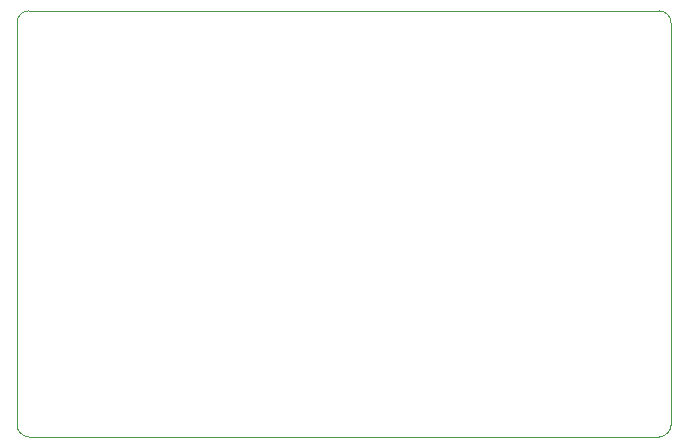
<source format=gbr>
%FSLAX46Y46*%
G04 Gerber Fmt 4.6, Leading zero omitted, Abs format (unit mm)*
G04 Created by KiCad (PCBNEW (2014-jul-16 BZR unknown)-product) date vie 22 ago 2014 20:47:43 CST*
%MOMM*%
G01*
G04 APERTURE LIST*
%ADD10C,0.150000*%
%ADD11C,0.100000*%
G04 APERTURE END LIST*
D10*
D11*
X196088000Y-56896000D02*
X197104000Y-56896000D01*
X197104000Y-92964000D02*
X196088000Y-92964000D01*
X195580000Y-56896000D02*
G75*
G03X194564000Y-57912000I0J-1016000D01*
G74*
G01*
X194564000Y-91948000D02*
G75*
G03X195580000Y-92964000I1016000J0D01*
G74*
G01*
X248920000Y-92964000D02*
G75*
G03X249936000Y-91948000I0J1016000D01*
G74*
G01*
X249936000Y-57912000D02*
G75*
G03X248920000Y-56896000I-1016000J0D01*
G74*
G01*
X195580000Y-92964000D02*
X196088000Y-92964000D01*
X194564000Y-91948000D02*
X194564000Y-91440000D01*
X194564000Y-57912000D02*
X194564000Y-58420000D01*
X195580000Y-56896000D02*
X196088000Y-56896000D01*
X248920000Y-92964000D02*
X247396000Y-92964000D01*
X248920000Y-56896000D02*
X247396000Y-56896000D01*
X249936000Y-91948000D02*
X249936000Y-57912000D01*
X247396000Y-56896000D02*
X197104000Y-56896000D01*
X197104000Y-92964000D02*
X247396000Y-92964000D01*
X194564000Y-91440000D02*
X194564000Y-58420000D01*
M02*

</source>
